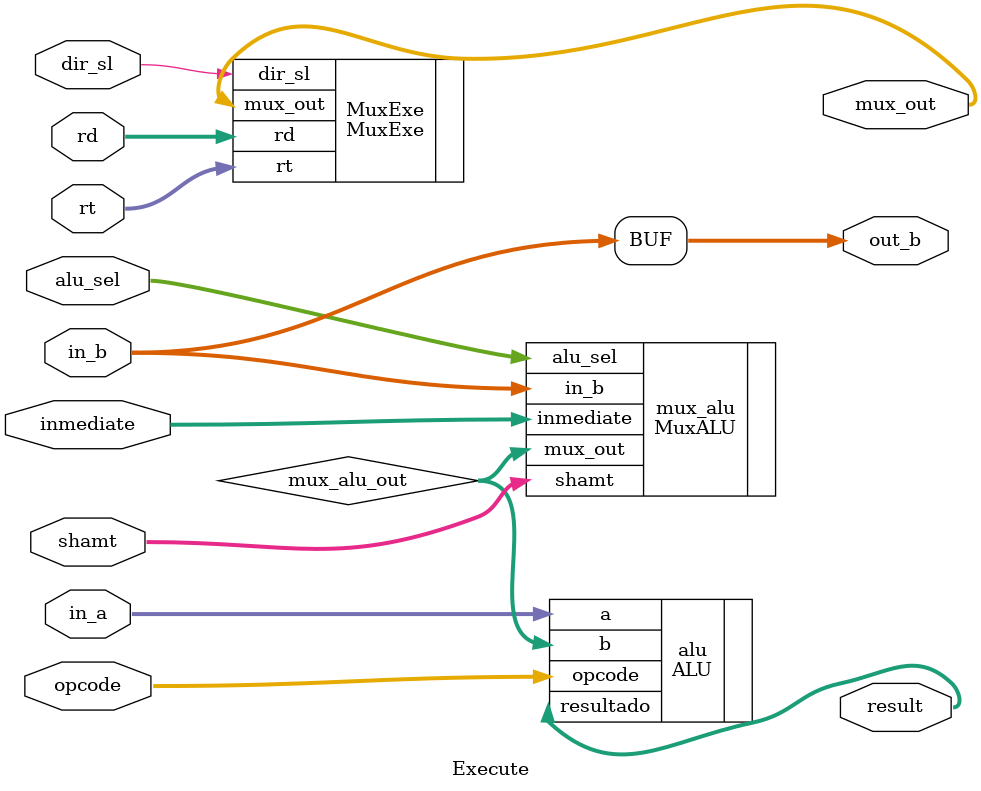
<source format=v>
`timescale 1ns / 1ps

module Execute(
    in_a,
    in_b,
    inmediate,
    shamt,
    rt,
    rd,
    alu_sel,
    dir_sl,
    result,
    out_b,
	 opcode,
    mux_out
    );

input wire [31:0] in_a, in_b;
input wire [31:0] inmediate;
input wire [31:0] shamt;
input wire [3:0] rd, rt;
input wire [4:0] opcode;
input wire [1:0] alu_sel;
input wire  dir_sl;

output wire [31:0] result;
output wire [31:0] out_b;
output wire [3:0] mux_out;

wire [31:0] mux_alu_out;
assign out_b = in_b;

ALU alu(
    .a(in_a),
    .b(mux_alu_out),
    .opcode(opcode),
    .resultado(result)
    );

MuxALU mux_alu (
    .in_b(in_b),
    .inmediate(inmediate),
    .shamt(shamt),
    .alu_sel(alu_sel),
    .mux_out(mux_alu_out)
    );

MuxExe MuxExe (
    .rd(rd),
    .rt(rt),
    .mux_out(mux_out),
    .dir_sl(dir_sl)
    );
	 
endmodule

</source>
